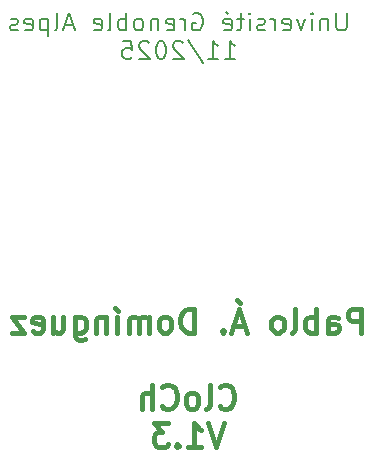
<source format=gbr>
%TF.GenerationSoftware,KiCad,Pcbnew,8.0.7*%
%TF.CreationDate,2025-10-24T17:03:05+02:00*%
%TF.ProjectId,Medidor_clk_PCB,4d656469-646f-4725-9f63-6c6b5f504342,rev?*%
%TF.SameCoordinates,Original*%
%TF.FileFunction,Legend,Bot*%
%TF.FilePolarity,Positive*%
%FSLAX46Y46*%
G04 Gerber Fmt 4.6, Leading zero omitted, Abs format (unit mm)*
G04 Created by KiCad (PCBNEW 8.0.7) date 2025-10-24 17:03:05*
%MOMM*%
%LPD*%
G01*
G04 APERTURE LIST*
%ADD10C,0.400000*%
%ADD11C,0.187500*%
%ADD12R,1.500000X1.050000*%
%ADD13O,1.500000X1.050000*%
%ADD14C,4.300000*%
%ADD15R,1.700000X1.700000*%
%ADD16O,1.700000X1.700000*%
%ADD17C,2.400000*%
%ADD18O,2.400000X2.400000*%
%ADD19R,5.080000X1.500000*%
%ADD20C,1.400000*%
%ADD21O,1.400000X1.400000*%
G04 APERTURE END LIST*
D10*
X163064287Y-103974774D02*
X163064287Y-101974774D01*
X163064287Y-101974774D02*
X162302382Y-101974774D01*
X162302382Y-101974774D02*
X162111906Y-102070012D01*
X162111906Y-102070012D02*
X162016668Y-102165250D01*
X162016668Y-102165250D02*
X161921430Y-102355726D01*
X161921430Y-102355726D02*
X161921430Y-102641440D01*
X161921430Y-102641440D02*
X162016668Y-102831916D01*
X162016668Y-102831916D02*
X162111906Y-102927155D01*
X162111906Y-102927155D02*
X162302382Y-103022393D01*
X162302382Y-103022393D02*
X163064287Y-103022393D01*
X160207144Y-103974774D02*
X160207144Y-102927155D01*
X160207144Y-102927155D02*
X160302382Y-102736678D01*
X160302382Y-102736678D02*
X160492858Y-102641440D01*
X160492858Y-102641440D02*
X160873811Y-102641440D01*
X160873811Y-102641440D02*
X161064287Y-102736678D01*
X160207144Y-103879536D02*
X160397620Y-103974774D01*
X160397620Y-103974774D02*
X160873811Y-103974774D01*
X160873811Y-103974774D02*
X161064287Y-103879536D01*
X161064287Y-103879536D02*
X161159525Y-103689059D01*
X161159525Y-103689059D02*
X161159525Y-103498583D01*
X161159525Y-103498583D02*
X161064287Y-103308107D01*
X161064287Y-103308107D02*
X160873811Y-103212869D01*
X160873811Y-103212869D02*
X160397620Y-103212869D01*
X160397620Y-103212869D02*
X160207144Y-103117631D01*
X159254763Y-103974774D02*
X159254763Y-101974774D01*
X159254763Y-102736678D02*
X159064287Y-102641440D01*
X159064287Y-102641440D02*
X158683334Y-102641440D01*
X158683334Y-102641440D02*
X158492858Y-102736678D01*
X158492858Y-102736678D02*
X158397620Y-102831916D01*
X158397620Y-102831916D02*
X158302382Y-103022393D01*
X158302382Y-103022393D02*
X158302382Y-103593821D01*
X158302382Y-103593821D02*
X158397620Y-103784297D01*
X158397620Y-103784297D02*
X158492858Y-103879536D01*
X158492858Y-103879536D02*
X158683334Y-103974774D01*
X158683334Y-103974774D02*
X159064287Y-103974774D01*
X159064287Y-103974774D02*
X159254763Y-103879536D01*
X157159525Y-103974774D02*
X157350001Y-103879536D01*
X157350001Y-103879536D02*
X157445239Y-103689059D01*
X157445239Y-103689059D02*
X157445239Y-101974774D01*
X156111906Y-103974774D02*
X156302382Y-103879536D01*
X156302382Y-103879536D02*
X156397620Y-103784297D01*
X156397620Y-103784297D02*
X156492858Y-103593821D01*
X156492858Y-103593821D02*
X156492858Y-103022393D01*
X156492858Y-103022393D02*
X156397620Y-102831916D01*
X156397620Y-102831916D02*
X156302382Y-102736678D01*
X156302382Y-102736678D02*
X156111906Y-102641440D01*
X156111906Y-102641440D02*
X155826191Y-102641440D01*
X155826191Y-102641440D02*
X155635715Y-102736678D01*
X155635715Y-102736678D02*
X155540477Y-102831916D01*
X155540477Y-102831916D02*
X155445239Y-103022393D01*
X155445239Y-103022393D02*
X155445239Y-103593821D01*
X155445239Y-103593821D02*
X155540477Y-103784297D01*
X155540477Y-103784297D02*
X155635715Y-103879536D01*
X155635715Y-103879536D02*
X155826191Y-103974774D01*
X155826191Y-103974774D02*
X156111906Y-103974774D01*
X153159524Y-103403345D02*
X152207143Y-103403345D01*
X153350000Y-103974774D02*
X152683334Y-101974774D01*
X152683334Y-101974774D02*
X152016667Y-103974774D01*
X152492857Y-101212869D02*
X152778572Y-101498583D01*
X151350000Y-103784297D02*
X151254762Y-103879536D01*
X151254762Y-103879536D02*
X151350000Y-103974774D01*
X151350000Y-103974774D02*
X151445238Y-103879536D01*
X151445238Y-103879536D02*
X151350000Y-103784297D01*
X151350000Y-103784297D02*
X151350000Y-103974774D01*
X148873809Y-103974774D02*
X148873809Y-101974774D01*
X148873809Y-101974774D02*
X148397619Y-101974774D01*
X148397619Y-101974774D02*
X148111904Y-102070012D01*
X148111904Y-102070012D02*
X147921428Y-102260488D01*
X147921428Y-102260488D02*
X147826190Y-102450964D01*
X147826190Y-102450964D02*
X147730952Y-102831916D01*
X147730952Y-102831916D02*
X147730952Y-103117631D01*
X147730952Y-103117631D02*
X147826190Y-103498583D01*
X147826190Y-103498583D02*
X147921428Y-103689059D01*
X147921428Y-103689059D02*
X148111904Y-103879536D01*
X148111904Y-103879536D02*
X148397619Y-103974774D01*
X148397619Y-103974774D02*
X148873809Y-103974774D01*
X146588095Y-103974774D02*
X146778571Y-103879536D01*
X146778571Y-103879536D02*
X146873809Y-103784297D01*
X146873809Y-103784297D02*
X146969047Y-103593821D01*
X146969047Y-103593821D02*
X146969047Y-103022393D01*
X146969047Y-103022393D02*
X146873809Y-102831916D01*
X146873809Y-102831916D02*
X146778571Y-102736678D01*
X146778571Y-102736678D02*
X146588095Y-102641440D01*
X146588095Y-102641440D02*
X146302380Y-102641440D01*
X146302380Y-102641440D02*
X146111904Y-102736678D01*
X146111904Y-102736678D02*
X146016666Y-102831916D01*
X146016666Y-102831916D02*
X145921428Y-103022393D01*
X145921428Y-103022393D02*
X145921428Y-103593821D01*
X145921428Y-103593821D02*
X146016666Y-103784297D01*
X146016666Y-103784297D02*
X146111904Y-103879536D01*
X146111904Y-103879536D02*
X146302380Y-103974774D01*
X146302380Y-103974774D02*
X146588095Y-103974774D01*
X145064285Y-103974774D02*
X145064285Y-102641440D01*
X145064285Y-102831916D02*
X144969047Y-102736678D01*
X144969047Y-102736678D02*
X144778571Y-102641440D01*
X144778571Y-102641440D02*
X144492856Y-102641440D01*
X144492856Y-102641440D02*
X144302380Y-102736678D01*
X144302380Y-102736678D02*
X144207142Y-102927155D01*
X144207142Y-102927155D02*
X144207142Y-103974774D01*
X144207142Y-102927155D02*
X144111904Y-102736678D01*
X144111904Y-102736678D02*
X143921428Y-102641440D01*
X143921428Y-102641440D02*
X143635714Y-102641440D01*
X143635714Y-102641440D02*
X143445237Y-102736678D01*
X143445237Y-102736678D02*
X143349999Y-102927155D01*
X143349999Y-102927155D02*
X143349999Y-103974774D01*
X142397618Y-103974774D02*
X142397618Y-102641440D01*
X142207142Y-101879536D02*
X142492856Y-102165250D01*
X141445237Y-102641440D02*
X141445237Y-103974774D01*
X141445237Y-102831916D02*
X141349999Y-102736678D01*
X141349999Y-102736678D02*
X141159523Y-102641440D01*
X141159523Y-102641440D02*
X140873808Y-102641440D01*
X140873808Y-102641440D02*
X140683332Y-102736678D01*
X140683332Y-102736678D02*
X140588094Y-102927155D01*
X140588094Y-102927155D02*
X140588094Y-103974774D01*
X138778570Y-102641440D02*
X138778570Y-104260488D01*
X138778570Y-104260488D02*
X138873808Y-104450964D01*
X138873808Y-104450964D02*
X138969046Y-104546202D01*
X138969046Y-104546202D02*
X139159523Y-104641440D01*
X139159523Y-104641440D02*
X139445237Y-104641440D01*
X139445237Y-104641440D02*
X139635713Y-104546202D01*
X138778570Y-103879536D02*
X138969046Y-103974774D01*
X138969046Y-103974774D02*
X139349999Y-103974774D01*
X139349999Y-103974774D02*
X139540475Y-103879536D01*
X139540475Y-103879536D02*
X139635713Y-103784297D01*
X139635713Y-103784297D02*
X139730951Y-103593821D01*
X139730951Y-103593821D02*
X139730951Y-103022393D01*
X139730951Y-103022393D02*
X139635713Y-102831916D01*
X139635713Y-102831916D02*
X139540475Y-102736678D01*
X139540475Y-102736678D02*
X139349999Y-102641440D01*
X139349999Y-102641440D02*
X138969046Y-102641440D01*
X138969046Y-102641440D02*
X138778570Y-102736678D01*
X136969046Y-102641440D02*
X136969046Y-103974774D01*
X137826189Y-102641440D02*
X137826189Y-103689059D01*
X137826189Y-103689059D02*
X137730951Y-103879536D01*
X137730951Y-103879536D02*
X137540475Y-103974774D01*
X137540475Y-103974774D02*
X137254760Y-103974774D01*
X137254760Y-103974774D02*
X137064284Y-103879536D01*
X137064284Y-103879536D02*
X136969046Y-103784297D01*
X135254760Y-103879536D02*
X135445236Y-103974774D01*
X135445236Y-103974774D02*
X135826189Y-103974774D01*
X135826189Y-103974774D02*
X136016665Y-103879536D01*
X136016665Y-103879536D02*
X136111903Y-103689059D01*
X136111903Y-103689059D02*
X136111903Y-102927155D01*
X136111903Y-102927155D02*
X136016665Y-102736678D01*
X136016665Y-102736678D02*
X135826189Y-102641440D01*
X135826189Y-102641440D02*
X135445236Y-102641440D01*
X135445236Y-102641440D02*
X135254760Y-102736678D01*
X135254760Y-102736678D02*
X135159522Y-102927155D01*
X135159522Y-102927155D02*
X135159522Y-103117631D01*
X135159522Y-103117631D02*
X136111903Y-103308107D01*
X134492855Y-102641440D02*
X133445236Y-102641440D01*
X133445236Y-102641440D02*
X134492855Y-103974774D01*
X134492855Y-103974774D02*
X133445236Y-103974774D01*
X151064285Y-110224073D02*
X151159523Y-110319312D01*
X151159523Y-110319312D02*
X151445237Y-110414550D01*
X151445237Y-110414550D02*
X151635713Y-110414550D01*
X151635713Y-110414550D02*
X151921428Y-110319312D01*
X151921428Y-110319312D02*
X152111904Y-110128835D01*
X152111904Y-110128835D02*
X152207142Y-109938359D01*
X152207142Y-109938359D02*
X152302380Y-109557407D01*
X152302380Y-109557407D02*
X152302380Y-109271692D01*
X152302380Y-109271692D02*
X152207142Y-108890740D01*
X152207142Y-108890740D02*
X152111904Y-108700264D01*
X152111904Y-108700264D02*
X151921428Y-108509788D01*
X151921428Y-108509788D02*
X151635713Y-108414550D01*
X151635713Y-108414550D02*
X151445237Y-108414550D01*
X151445237Y-108414550D02*
X151159523Y-108509788D01*
X151159523Y-108509788D02*
X151064285Y-108605026D01*
X149921428Y-110414550D02*
X150111904Y-110319312D01*
X150111904Y-110319312D02*
X150207142Y-110128835D01*
X150207142Y-110128835D02*
X150207142Y-108414550D01*
X148873809Y-110414550D02*
X149064285Y-110319312D01*
X149064285Y-110319312D02*
X149159523Y-110224073D01*
X149159523Y-110224073D02*
X149254761Y-110033597D01*
X149254761Y-110033597D02*
X149254761Y-109462169D01*
X149254761Y-109462169D02*
X149159523Y-109271692D01*
X149159523Y-109271692D02*
X149064285Y-109176454D01*
X149064285Y-109176454D02*
X148873809Y-109081216D01*
X148873809Y-109081216D02*
X148588094Y-109081216D01*
X148588094Y-109081216D02*
X148397618Y-109176454D01*
X148397618Y-109176454D02*
X148302380Y-109271692D01*
X148302380Y-109271692D02*
X148207142Y-109462169D01*
X148207142Y-109462169D02*
X148207142Y-110033597D01*
X148207142Y-110033597D02*
X148302380Y-110224073D01*
X148302380Y-110224073D02*
X148397618Y-110319312D01*
X148397618Y-110319312D02*
X148588094Y-110414550D01*
X148588094Y-110414550D02*
X148873809Y-110414550D01*
X146207142Y-110224073D02*
X146302380Y-110319312D01*
X146302380Y-110319312D02*
X146588094Y-110414550D01*
X146588094Y-110414550D02*
X146778570Y-110414550D01*
X146778570Y-110414550D02*
X147064285Y-110319312D01*
X147064285Y-110319312D02*
X147254761Y-110128835D01*
X147254761Y-110128835D02*
X147349999Y-109938359D01*
X147349999Y-109938359D02*
X147445237Y-109557407D01*
X147445237Y-109557407D02*
X147445237Y-109271692D01*
X147445237Y-109271692D02*
X147349999Y-108890740D01*
X147349999Y-108890740D02*
X147254761Y-108700264D01*
X147254761Y-108700264D02*
X147064285Y-108509788D01*
X147064285Y-108509788D02*
X146778570Y-108414550D01*
X146778570Y-108414550D02*
X146588094Y-108414550D01*
X146588094Y-108414550D02*
X146302380Y-108509788D01*
X146302380Y-108509788D02*
X146207142Y-108605026D01*
X145349999Y-110414550D02*
X145349999Y-108414550D01*
X144492856Y-110414550D02*
X144492856Y-109366931D01*
X144492856Y-109366931D02*
X144588094Y-109176454D01*
X144588094Y-109176454D02*
X144778570Y-109081216D01*
X144778570Y-109081216D02*
X145064285Y-109081216D01*
X145064285Y-109081216D02*
X145254761Y-109176454D01*
X145254761Y-109176454D02*
X145349999Y-109271692D01*
X151397618Y-111634438D02*
X150730952Y-113634438D01*
X150730952Y-113634438D02*
X150064285Y-111634438D01*
X148349999Y-113634438D02*
X149492856Y-113634438D01*
X148921428Y-113634438D02*
X148921428Y-111634438D01*
X148921428Y-111634438D02*
X149111904Y-111920152D01*
X149111904Y-111920152D02*
X149302380Y-112110628D01*
X149302380Y-112110628D02*
X149492856Y-112205866D01*
X147492856Y-113443961D02*
X147397618Y-113539200D01*
X147397618Y-113539200D02*
X147492856Y-113634438D01*
X147492856Y-113634438D02*
X147588094Y-113539200D01*
X147588094Y-113539200D02*
X147492856Y-113443961D01*
X147492856Y-113443961D02*
X147492856Y-113634438D01*
X146730951Y-111634438D02*
X145492856Y-111634438D01*
X145492856Y-111634438D02*
X146159523Y-112396342D01*
X146159523Y-112396342D02*
X145873808Y-112396342D01*
X145873808Y-112396342D02*
X145683332Y-112491580D01*
X145683332Y-112491580D02*
X145588094Y-112586819D01*
X145588094Y-112586819D02*
X145492856Y-112777295D01*
X145492856Y-112777295D02*
X145492856Y-113253485D01*
X145492856Y-113253485D02*
X145588094Y-113443961D01*
X145588094Y-113443961D02*
X145683332Y-113539200D01*
X145683332Y-113539200D02*
X145873808Y-113634438D01*
X145873808Y-113634438D02*
X146445237Y-113634438D01*
X146445237Y-113634438D02*
X146635713Y-113539200D01*
X146635713Y-113539200D02*
X146730951Y-113443961D01*
D11*
X161814285Y-76891762D02*
X161814285Y-78106048D01*
X161814285Y-78106048D02*
X161742856Y-78248905D01*
X161742856Y-78248905D02*
X161671428Y-78320334D01*
X161671428Y-78320334D02*
X161528570Y-78391762D01*
X161528570Y-78391762D02*
X161242856Y-78391762D01*
X161242856Y-78391762D02*
X161099999Y-78320334D01*
X161099999Y-78320334D02*
X161028570Y-78248905D01*
X161028570Y-78248905D02*
X160957142Y-78106048D01*
X160957142Y-78106048D02*
X160957142Y-76891762D01*
X160242856Y-77391762D02*
X160242856Y-78391762D01*
X160242856Y-77534619D02*
X160171427Y-77463191D01*
X160171427Y-77463191D02*
X160028570Y-77391762D01*
X160028570Y-77391762D02*
X159814284Y-77391762D01*
X159814284Y-77391762D02*
X159671427Y-77463191D01*
X159671427Y-77463191D02*
X159599999Y-77606048D01*
X159599999Y-77606048D02*
X159599999Y-78391762D01*
X158885713Y-78391762D02*
X158885713Y-77391762D01*
X158885713Y-76891762D02*
X158957141Y-76963191D01*
X158957141Y-76963191D02*
X158885713Y-77034619D01*
X158885713Y-77034619D02*
X158814284Y-76963191D01*
X158814284Y-76963191D02*
X158885713Y-76891762D01*
X158885713Y-76891762D02*
X158885713Y-77034619D01*
X158314284Y-77391762D02*
X157957141Y-78391762D01*
X157957141Y-78391762D02*
X157599998Y-77391762D01*
X156457141Y-78320334D02*
X156599998Y-78391762D01*
X156599998Y-78391762D02*
X156885713Y-78391762D01*
X156885713Y-78391762D02*
X157028570Y-78320334D01*
X157028570Y-78320334D02*
X157099998Y-78177476D01*
X157099998Y-78177476D02*
X157099998Y-77606048D01*
X157099998Y-77606048D02*
X157028570Y-77463191D01*
X157028570Y-77463191D02*
X156885713Y-77391762D01*
X156885713Y-77391762D02*
X156599998Y-77391762D01*
X156599998Y-77391762D02*
X156457141Y-77463191D01*
X156457141Y-77463191D02*
X156385713Y-77606048D01*
X156385713Y-77606048D02*
X156385713Y-77748905D01*
X156385713Y-77748905D02*
X157099998Y-77891762D01*
X155742856Y-78391762D02*
X155742856Y-77391762D01*
X155742856Y-77677476D02*
X155671427Y-77534619D01*
X155671427Y-77534619D02*
X155599999Y-77463191D01*
X155599999Y-77463191D02*
X155457141Y-77391762D01*
X155457141Y-77391762D02*
X155314284Y-77391762D01*
X154885713Y-78320334D02*
X154742856Y-78391762D01*
X154742856Y-78391762D02*
X154457142Y-78391762D01*
X154457142Y-78391762D02*
X154314285Y-78320334D01*
X154314285Y-78320334D02*
X154242856Y-78177476D01*
X154242856Y-78177476D02*
X154242856Y-78106048D01*
X154242856Y-78106048D02*
X154314285Y-77963191D01*
X154314285Y-77963191D02*
X154457142Y-77891762D01*
X154457142Y-77891762D02*
X154671428Y-77891762D01*
X154671428Y-77891762D02*
X154814285Y-77820334D01*
X154814285Y-77820334D02*
X154885713Y-77677476D01*
X154885713Y-77677476D02*
X154885713Y-77606048D01*
X154885713Y-77606048D02*
X154814285Y-77463191D01*
X154814285Y-77463191D02*
X154671428Y-77391762D01*
X154671428Y-77391762D02*
X154457142Y-77391762D01*
X154457142Y-77391762D02*
X154314285Y-77463191D01*
X153599999Y-78391762D02*
X153599999Y-77391762D01*
X153599999Y-76891762D02*
X153671427Y-76963191D01*
X153671427Y-76963191D02*
X153599999Y-77034619D01*
X153599999Y-77034619D02*
X153528570Y-76963191D01*
X153528570Y-76963191D02*
X153599999Y-76891762D01*
X153599999Y-76891762D02*
X153599999Y-77034619D01*
X153099998Y-77391762D02*
X152528570Y-77391762D01*
X152885713Y-76891762D02*
X152885713Y-78177476D01*
X152885713Y-78177476D02*
X152814284Y-78320334D01*
X152814284Y-78320334D02*
X152671427Y-78391762D01*
X152671427Y-78391762D02*
X152528570Y-78391762D01*
X151457141Y-78320334D02*
X151599998Y-78391762D01*
X151599998Y-78391762D02*
X151885713Y-78391762D01*
X151885713Y-78391762D02*
X152028570Y-78320334D01*
X152028570Y-78320334D02*
X152099998Y-78177476D01*
X152099998Y-78177476D02*
X152099998Y-77606048D01*
X152099998Y-77606048D02*
X152028570Y-77463191D01*
X152028570Y-77463191D02*
X151885713Y-77391762D01*
X151885713Y-77391762D02*
X151599998Y-77391762D01*
X151599998Y-77391762D02*
X151457141Y-77463191D01*
X151457141Y-77463191D02*
X151385713Y-77606048D01*
X151385713Y-77606048D02*
X151385713Y-77748905D01*
X151385713Y-77748905D02*
X152099998Y-77891762D01*
X151599998Y-76820334D02*
X151814284Y-77034619D01*
X148814284Y-76963191D02*
X148957142Y-76891762D01*
X148957142Y-76891762D02*
X149171427Y-76891762D01*
X149171427Y-76891762D02*
X149385713Y-76963191D01*
X149385713Y-76963191D02*
X149528570Y-77106048D01*
X149528570Y-77106048D02*
X149599999Y-77248905D01*
X149599999Y-77248905D02*
X149671427Y-77534619D01*
X149671427Y-77534619D02*
X149671427Y-77748905D01*
X149671427Y-77748905D02*
X149599999Y-78034619D01*
X149599999Y-78034619D02*
X149528570Y-78177476D01*
X149528570Y-78177476D02*
X149385713Y-78320334D01*
X149385713Y-78320334D02*
X149171427Y-78391762D01*
X149171427Y-78391762D02*
X149028570Y-78391762D01*
X149028570Y-78391762D02*
X148814284Y-78320334D01*
X148814284Y-78320334D02*
X148742856Y-78248905D01*
X148742856Y-78248905D02*
X148742856Y-77748905D01*
X148742856Y-77748905D02*
X149028570Y-77748905D01*
X148099999Y-78391762D02*
X148099999Y-77391762D01*
X148099999Y-77677476D02*
X148028570Y-77534619D01*
X148028570Y-77534619D02*
X147957142Y-77463191D01*
X147957142Y-77463191D02*
X147814284Y-77391762D01*
X147814284Y-77391762D02*
X147671427Y-77391762D01*
X146599999Y-78320334D02*
X146742856Y-78391762D01*
X146742856Y-78391762D02*
X147028571Y-78391762D01*
X147028571Y-78391762D02*
X147171428Y-78320334D01*
X147171428Y-78320334D02*
X147242856Y-78177476D01*
X147242856Y-78177476D02*
X147242856Y-77606048D01*
X147242856Y-77606048D02*
X147171428Y-77463191D01*
X147171428Y-77463191D02*
X147028571Y-77391762D01*
X147028571Y-77391762D02*
X146742856Y-77391762D01*
X146742856Y-77391762D02*
X146599999Y-77463191D01*
X146599999Y-77463191D02*
X146528571Y-77606048D01*
X146528571Y-77606048D02*
X146528571Y-77748905D01*
X146528571Y-77748905D02*
X147242856Y-77891762D01*
X145885714Y-77391762D02*
X145885714Y-78391762D01*
X145885714Y-77534619D02*
X145814285Y-77463191D01*
X145814285Y-77463191D02*
X145671428Y-77391762D01*
X145671428Y-77391762D02*
X145457142Y-77391762D01*
X145457142Y-77391762D02*
X145314285Y-77463191D01*
X145314285Y-77463191D02*
X145242857Y-77606048D01*
X145242857Y-77606048D02*
X145242857Y-78391762D01*
X144314285Y-78391762D02*
X144457142Y-78320334D01*
X144457142Y-78320334D02*
X144528571Y-78248905D01*
X144528571Y-78248905D02*
X144599999Y-78106048D01*
X144599999Y-78106048D02*
X144599999Y-77677476D01*
X144599999Y-77677476D02*
X144528571Y-77534619D01*
X144528571Y-77534619D02*
X144457142Y-77463191D01*
X144457142Y-77463191D02*
X144314285Y-77391762D01*
X144314285Y-77391762D02*
X144099999Y-77391762D01*
X144099999Y-77391762D02*
X143957142Y-77463191D01*
X143957142Y-77463191D02*
X143885714Y-77534619D01*
X143885714Y-77534619D02*
X143814285Y-77677476D01*
X143814285Y-77677476D02*
X143814285Y-78106048D01*
X143814285Y-78106048D02*
X143885714Y-78248905D01*
X143885714Y-78248905D02*
X143957142Y-78320334D01*
X143957142Y-78320334D02*
X144099999Y-78391762D01*
X144099999Y-78391762D02*
X144314285Y-78391762D01*
X143171428Y-78391762D02*
X143171428Y-76891762D01*
X143171428Y-77463191D02*
X143028571Y-77391762D01*
X143028571Y-77391762D02*
X142742856Y-77391762D01*
X142742856Y-77391762D02*
X142599999Y-77463191D01*
X142599999Y-77463191D02*
X142528571Y-77534619D01*
X142528571Y-77534619D02*
X142457142Y-77677476D01*
X142457142Y-77677476D02*
X142457142Y-78106048D01*
X142457142Y-78106048D02*
X142528571Y-78248905D01*
X142528571Y-78248905D02*
X142599999Y-78320334D01*
X142599999Y-78320334D02*
X142742856Y-78391762D01*
X142742856Y-78391762D02*
X143028571Y-78391762D01*
X143028571Y-78391762D02*
X143171428Y-78320334D01*
X141599999Y-78391762D02*
X141742856Y-78320334D01*
X141742856Y-78320334D02*
X141814285Y-78177476D01*
X141814285Y-78177476D02*
X141814285Y-76891762D01*
X140457142Y-78320334D02*
X140599999Y-78391762D01*
X140599999Y-78391762D02*
X140885714Y-78391762D01*
X140885714Y-78391762D02*
X141028571Y-78320334D01*
X141028571Y-78320334D02*
X141099999Y-78177476D01*
X141099999Y-78177476D02*
X141099999Y-77606048D01*
X141099999Y-77606048D02*
X141028571Y-77463191D01*
X141028571Y-77463191D02*
X140885714Y-77391762D01*
X140885714Y-77391762D02*
X140599999Y-77391762D01*
X140599999Y-77391762D02*
X140457142Y-77463191D01*
X140457142Y-77463191D02*
X140385714Y-77606048D01*
X140385714Y-77606048D02*
X140385714Y-77748905D01*
X140385714Y-77748905D02*
X141099999Y-77891762D01*
X138671428Y-77963191D02*
X137957143Y-77963191D01*
X138814285Y-78391762D02*
X138314285Y-76891762D01*
X138314285Y-76891762D02*
X137814285Y-78391762D01*
X137100000Y-78391762D02*
X137242857Y-78320334D01*
X137242857Y-78320334D02*
X137314286Y-78177476D01*
X137314286Y-78177476D02*
X137314286Y-76891762D01*
X136528572Y-77391762D02*
X136528572Y-78891762D01*
X136528572Y-77463191D02*
X136385715Y-77391762D01*
X136385715Y-77391762D02*
X136100000Y-77391762D01*
X136100000Y-77391762D02*
X135957143Y-77463191D01*
X135957143Y-77463191D02*
X135885715Y-77534619D01*
X135885715Y-77534619D02*
X135814286Y-77677476D01*
X135814286Y-77677476D02*
X135814286Y-78106048D01*
X135814286Y-78106048D02*
X135885715Y-78248905D01*
X135885715Y-78248905D02*
X135957143Y-78320334D01*
X135957143Y-78320334D02*
X136100000Y-78391762D01*
X136100000Y-78391762D02*
X136385715Y-78391762D01*
X136385715Y-78391762D02*
X136528572Y-78320334D01*
X134600000Y-78320334D02*
X134742857Y-78391762D01*
X134742857Y-78391762D02*
X135028572Y-78391762D01*
X135028572Y-78391762D02*
X135171429Y-78320334D01*
X135171429Y-78320334D02*
X135242857Y-78177476D01*
X135242857Y-78177476D02*
X135242857Y-77606048D01*
X135242857Y-77606048D02*
X135171429Y-77463191D01*
X135171429Y-77463191D02*
X135028572Y-77391762D01*
X135028572Y-77391762D02*
X134742857Y-77391762D01*
X134742857Y-77391762D02*
X134600000Y-77463191D01*
X134600000Y-77463191D02*
X134528572Y-77606048D01*
X134528572Y-77606048D02*
X134528572Y-77748905D01*
X134528572Y-77748905D02*
X135242857Y-77891762D01*
X133957143Y-78320334D02*
X133814286Y-78391762D01*
X133814286Y-78391762D02*
X133528572Y-78391762D01*
X133528572Y-78391762D02*
X133385715Y-78320334D01*
X133385715Y-78320334D02*
X133314286Y-78177476D01*
X133314286Y-78177476D02*
X133314286Y-78106048D01*
X133314286Y-78106048D02*
X133385715Y-77963191D01*
X133385715Y-77963191D02*
X133528572Y-77891762D01*
X133528572Y-77891762D02*
X133742858Y-77891762D01*
X133742858Y-77891762D02*
X133885715Y-77820334D01*
X133885715Y-77820334D02*
X133957143Y-77677476D01*
X133957143Y-77677476D02*
X133957143Y-77606048D01*
X133957143Y-77606048D02*
X133885715Y-77463191D01*
X133885715Y-77463191D02*
X133742858Y-77391762D01*
X133742858Y-77391762D02*
X133528572Y-77391762D01*
X133528572Y-77391762D02*
X133385715Y-77463191D01*
X151528569Y-80806678D02*
X152385712Y-80806678D01*
X151957141Y-80806678D02*
X151957141Y-79306678D01*
X151957141Y-79306678D02*
X152099998Y-79520964D01*
X152099998Y-79520964D02*
X152242855Y-79663821D01*
X152242855Y-79663821D02*
X152385712Y-79735250D01*
X150099998Y-80806678D02*
X150957141Y-80806678D01*
X150528570Y-80806678D02*
X150528570Y-79306678D01*
X150528570Y-79306678D02*
X150671427Y-79520964D01*
X150671427Y-79520964D02*
X150814284Y-79663821D01*
X150814284Y-79663821D02*
X150957141Y-79735250D01*
X148385713Y-79235250D02*
X149671427Y-81163821D01*
X147957141Y-79449535D02*
X147885713Y-79378107D01*
X147885713Y-79378107D02*
X147742856Y-79306678D01*
X147742856Y-79306678D02*
X147385713Y-79306678D01*
X147385713Y-79306678D02*
X147242856Y-79378107D01*
X147242856Y-79378107D02*
X147171427Y-79449535D01*
X147171427Y-79449535D02*
X147099998Y-79592392D01*
X147099998Y-79592392D02*
X147099998Y-79735250D01*
X147099998Y-79735250D02*
X147171427Y-79949535D01*
X147171427Y-79949535D02*
X148028570Y-80806678D01*
X148028570Y-80806678D02*
X147099998Y-80806678D01*
X146171427Y-79306678D02*
X146028570Y-79306678D01*
X146028570Y-79306678D02*
X145885713Y-79378107D01*
X145885713Y-79378107D02*
X145814285Y-79449535D01*
X145814285Y-79449535D02*
X145742856Y-79592392D01*
X145742856Y-79592392D02*
X145671427Y-79878107D01*
X145671427Y-79878107D02*
X145671427Y-80235250D01*
X145671427Y-80235250D02*
X145742856Y-80520964D01*
X145742856Y-80520964D02*
X145814285Y-80663821D01*
X145814285Y-80663821D02*
X145885713Y-80735250D01*
X145885713Y-80735250D02*
X146028570Y-80806678D01*
X146028570Y-80806678D02*
X146171427Y-80806678D01*
X146171427Y-80806678D02*
X146314285Y-80735250D01*
X146314285Y-80735250D02*
X146385713Y-80663821D01*
X146385713Y-80663821D02*
X146457142Y-80520964D01*
X146457142Y-80520964D02*
X146528570Y-80235250D01*
X146528570Y-80235250D02*
X146528570Y-79878107D01*
X146528570Y-79878107D02*
X146457142Y-79592392D01*
X146457142Y-79592392D02*
X146385713Y-79449535D01*
X146385713Y-79449535D02*
X146314285Y-79378107D01*
X146314285Y-79378107D02*
X146171427Y-79306678D01*
X145099999Y-79449535D02*
X145028571Y-79378107D01*
X145028571Y-79378107D02*
X144885714Y-79306678D01*
X144885714Y-79306678D02*
X144528571Y-79306678D01*
X144528571Y-79306678D02*
X144385714Y-79378107D01*
X144385714Y-79378107D02*
X144314285Y-79449535D01*
X144314285Y-79449535D02*
X144242856Y-79592392D01*
X144242856Y-79592392D02*
X144242856Y-79735250D01*
X144242856Y-79735250D02*
X144314285Y-79949535D01*
X144314285Y-79949535D02*
X145171428Y-80806678D01*
X145171428Y-80806678D02*
X144242856Y-80806678D01*
X142885714Y-79306678D02*
X143600000Y-79306678D01*
X143600000Y-79306678D02*
X143671428Y-80020964D01*
X143671428Y-80020964D02*
X143600000Y-79949535D01*
X143600000Y-79949535D02*
X143457143Y-79878107D01*
X143457143Y-79878107D02*
X143100000Y-79878107D01*
X143100000Y-79878107D02*
X142957143Y-79949535D01*
X142957143Y-79949535D02*
X142885714Y-80020964D01*
X142885714Y-80020964D02*
X142814285Y-80163821D01*
X142814285Y-80163821D02*
X142814285Y-80520964D01*
X142814285Y-80520964D02*
X142885714Y-80663821D01*
X142885714Y-80663821D02*
X142957143Y-80735250D01*
X142957143Y-80735250D02*
X143100000Y-80806678D01*
X143100000Y-80806678D02*
X143457143Y-80806678D01*
X143457143Y-80806678D02*
X143600000Y-80735250D01*
X143600000Y-80735250D02*
X143671428Y-80663821D01*
%LPC*%
D12*
%TO.C,Q1*%
X146700000Y-98520000D03*
D13*
X146700000Y-97250000D03*
X146700000Y-95980000D03*
%TD*%
D14*
%TO.C,H3*%
X171700000Y-117550000D03*
%TD*%
D15*
%TO.C,J2*%
X171705000Y-107050000D03*
D16*
X171705000Y-109590000D03*
%TD*%
D15*
%TO.C,J3*%
X131700000Y-117550000D03*
D16*
X134240000Y-117550000D03*
X136780000Y-117550000D03*
X139320000Y-117550000D03*
X141860000Y-117550000D03*
X144400000Y-117550000D03*
X146940000Y-117550000D03*
X149480000Y-117550000D03*
X152020000Y-117550000D03*
X154560000Y-117550000D03*
X157100000Y-117550000D03*
X159640000Y-117550000D03*
X162180000Y-117550000D03*
X164720000Y-117550000D03*
%TD*%
D14*
%TO.C,H2*%
X169700000Y-79050000D03*
%TD*%
D17*
%TO.C,R1*%
X131500000Y-88350000D03*
D18*
X144200000Y-88350000D03*
%TD*%
D14*
%TO.C,H1*%
X124200000Y-79050000D03*
%TD*%
D19*
%TO.C,J1*%
X122562500Y-104800000D03*
X122562500Y-96300000D03*
%TD*%
D14*
%TO.C,H4*%
X124200000Y-117550000D03*
%TD*%
D17*
%TO.C,C1*%
X132950000Y-81200000D03*
X155450000Y-81200000D03*
%TD*%
D20*
%TO.C,TH1*%
X168800000Y-102050000D03*
D21*
X170700000Y-102050000D03*
%TD*%
%LPD*%
M02*

</source>
